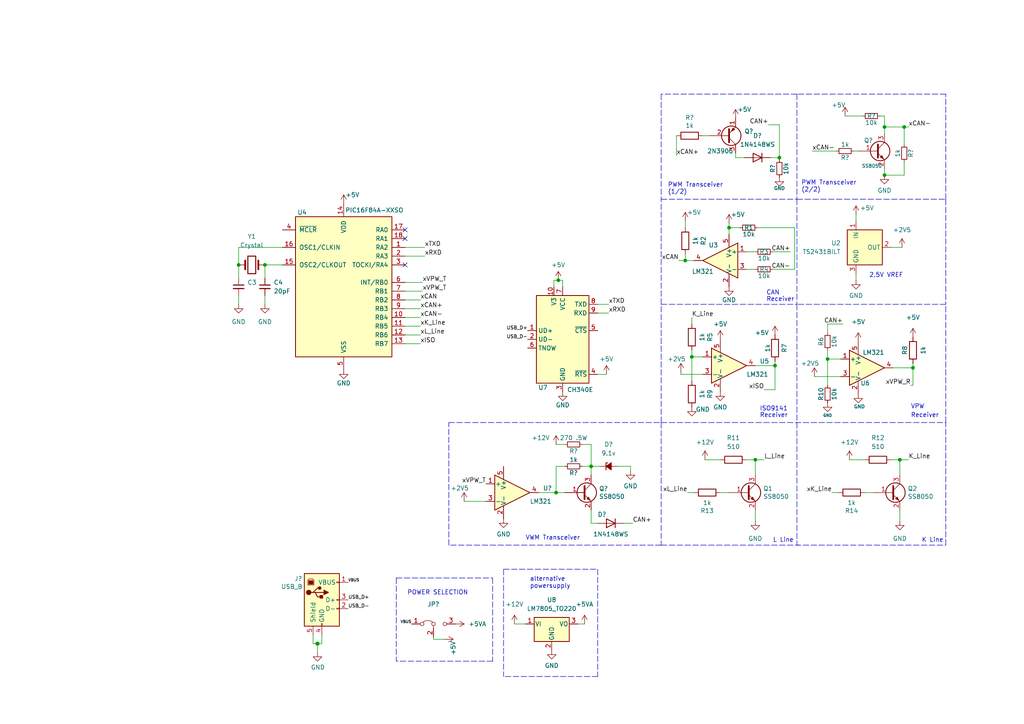
<source format=kicad_sch>
(kicad_sch (version 20210621) (generator eeschema)
  (paper "A4")
  (title_block (title "Scanner ISO 9141") (date "2021-09-17") (rev "1") (company "Churrosoft"))
  (lib_symbols
    (symbol "Amplifier_Operational:LM321" (pin_names (offset 0.127))
      (property "Reference" "U" (at 0 7.62 0))
      (property "Value" "LM321" (at 0 5.08 0))
      (symbol "LM321_0_1"
        (polyline (pts (xy -5.08 5.08) (xy 5.08 0) (xy -5.08 -5.08) (xy -5.08 5.08)) (stroke (width 0.254)) (fill (type background)))
      )
      (symbol "LM321_1_1"
        (pin input line (at -7.62 2.54 0) (length 2.54) (name "+") (number "1"))
        (pin power_in line (at -2.54 -7.62 90) (length 3.81) (name "V-") (number "2"))
        (pin input line (at -7.62 -2.54 0) (length 2.54) (name "-") (number "3"))
        (pin output line (at 7.62 0 180) (length 2.54) (name "~") (number "4"))
        (pin power_in line (at -2.54 7.62 270) (length 3.81) (name "V+") (number "5"))
      )
    )
    (symbol "Device:C_Small" (pin_numbers hide) (pin_names (offset 0.254) hide)
      (property "Reference" "C" (at 0.254 1.778 0))
      (property "Value" "C_Small" (at 0.254 -2.032 0))
      (symbol "C_Small_0_1"
        (polyline (pts (xy -1.524 -0.508) (xy 1.524 -0.508)) (stroke (width 0.3302)))
        (polyline (pts (xy -1.524 0.508) (xy 1.524 0.508)) (stroke (width 0.3048)))
      )
      (symbol "C_Small_1_1"
        (pin passive line (at 0 2.54 270) (length 2.032) (name "~") (number "1"))
        (pin passive line (at 0 -2.54 90) (length 2.032) (name "~") (number "2"))
      )
    )
    (symbol "Device:Crystal" (pin_numbers hide) (pin_names (offset 1.016) hide)
      (property "Reference" "Y" (at 0 3.81 0))
      (property "Value" "Crystal" (at 0 -3.81 0))
      (symbol "Crystal_0_1"
        (rectangle (start -1.143 2.54) (end 1.143 -2.54) (stroke (width 0.3048)))
        (polyline (pts (xy -2.54 0) (xy -1.905 0)))
        (polyline (pts (xy -1.905 -1.27) (xy -1.905 1.27)) (stroke (width 0.508)))
        (polyline (pts (xy 1.905 -1.27) (xy 1.905 1.27)) (stroke (width 0.508)))
        (polyline (pts (xy 2.54 0) (xy 1.905 0)))
      )
      (symbol "Crystal_1_1"
        (pin passive line (at -3.81 0 0) (length 1.27) (name "1") (number "1"))
        (pin passive line (at 3.81 0 180) (length 1.27) (name "2") (number "2"))
      )
    )
    (symbol "Device:D_Zener_Small_ALT" (pin_numbers hide) (pin_names (offset 0.254) hide)
      (property "Reference" "D" (at 0 2.286 0))
      (property "Value" "D_Zener_Small_ALT" (at 0 -2.286 0))
      (symbol "D_Zener_Small_ALT_0_1"
        (polyline (pts (xy 0.762 0) (xy -0.762 0)))
        (polyline (pts (xy -0.254 1.016) (xy -0.762 1.016) (xy -0.762 -1.016)) (stroke (width 0.254)))
        (polyline (pts (xy 0.762 1.016) (xy -0.762 0) (xy 0.762 -1.016) (xy 0.762 1.016)) (stroke (width 0.254)) (fill (type outline)))
      )
      (symbol "D_Zener_Small_ALT_1_1"
        (pin passive line (at -2.54 0 0) (length 1.778) (name "K") (number "1"))
        (pin passive line (at 2.54 0 180) (length 1.778) (name "A") (number "2"))
      )
    )
    (symbol "Device:R" (pin_numbers hide) (pin_names (offset 0))
      (property "Reference" "R" (at 2.032 0 90))
      (property "Value" "R" (at 0 0 90))
      (symbol "R_0_1"
        (rectangle (start -1.016 -2.54) (end 1.016 2.54) (stroke (width 0.254)))
      )
      (symbol "R_1_1"
        (pin passive line (at 0 3.81 270) (length 1.27) (name "~") (number "1"))
        (pin passive line (at 0 -3.81 90) (length 1.27) (name "~") (number "2"))
      )
    )
    (symbol "Device:R_Small" (pin_numbers hide) (pin_names (offset 0.254) hide)
      (property "Reference" "R" (at 0.762 0.508 0))
      (property "Value" "R_Small" (at 0.762 -1.016 0))
      (symbol "R_Small_0_1"
        (rectangle (start -0.762 1.778) (end 0.762 -1.778) (stroke (width 0.2032)))
      )
      (symbol "R_Small_1_1"
        (pin passive line (at 0 2.54 270) (length 0.762) (name "~") (number "1"))
        (pin passive line (at 0 -2.54 90) (length 0.762) (name "~") (number "2"))
      )
    )
    (symbol "Diode:1N4148WS" (pin_numbers hide) (pin_names (offset 1.016) hide)
      (property "Reference" "D" (at 0 2.54 0))
      (property "Value" "1N4148WS" (at 0 -2.54 0))
      (symbol "1N4148WS_0_1"
        (polyline (pts (xy -1.27 1.27) (xy -1.27 -1.27)) (stroke (width 0.254)))
        (polyline (pts (xy 1.27 0) (xy -1.27 0)))
        (polyline (pts (xy 1.27 1.27) (xy 1.27 -1.27) (xy -1.27 0) (xy 1.27 1.27)) (stroke (width 0.254)))
      )
      (symbol "1N4148WS_1_1"
        (pin passive line (at -3.81 0 0) (length 2.54) (name "K") (number "1"))
        (pin passive line (at 3.81 0 180) (length 2.54) (name "A") (number "2"))
      )
    )
    (symbol "Interface_USB:CH340E"
      (property "Reference" "U" (at -5.08 13.97 0))
      (property "Value" "CH340E" (at 1.27 13.97 0))
      (symbol "CH340E_0_1"
        (rectangle (start -7.62 12.7) (end 7.62 -12.7) (stroke (width 0.254)) (fill (type background)))
      )
      (symbol "CH340E_1_1"
        (pin bidirectional line (at -10.16 2.54 0) (length 2.54) (name "UD+") (number "1"))
        (pin passive line (at -2.54 15.24 270) (length 2.54) (name "V3") (number "10"))
        (pin bidirectional line (at -10.16 0 0) (length 2.54) (name "UD-") (number "2"))
        (pin power_in line (at 0 -15.24 90) (length 2.54) (name "GND") (number "3"))
        (pin output line (at 10.16 -10.16 180) (length 2.54) (name "~{RTS}") (number "4"))
        (pin input line (at 10.16 2.54 180) (length 2.54) (name "~{CTS}") (number "5"))
        (pin output line (at -10.16 -2.54 0) (length 2.54) (name "TNOW") (number "6"))
        (pin power_in line (at 0 15.24 270) (length 2.54) (name "VCC") (number "7"))
        (pin output line (at 10.16 10.16 180) (length 2.54) (name "TXD") (number "8"))
        (pin input line (at 10.16 7.62 180) (length 2.54) (name "RXD") (number "9"))
      )
    )
    (symbol "Jumper:Jumper_3_Bridged12" (pin_names (offset 0) hide)
      (property "Reference" "JP" (at -2.54 -2.54 0))
      (property "Value" "Jumper_3_Bridged12" (at 0 2.794 0))
      (symbol "Jumper_3_Bridged12_0_0"
        (circle (center -3.302 0) (radius 0.508))
        (circle (center 0 0) (radius 0.508))
        (circle (center 3.302 0) (radius 0.508))
      )
      (symbol "Jumper_3_Bridged12_0_1"
        (arc (start -3.048 0.508) (end -0.254 0.508) (radius (at -1.651 -1.27) (length 2.2606) (angles 128.2 51.8)))
        (polyline (pts (xy 0 -1.27) (xy 0 -0.508)))
      )
      (symbol "Jumper_3_Bridged12_1_1"
        (pin passive line (at -6.35 0 0) (length 2.54) (name "A") (number "1"))
        (pin input line (at 0 -3.81 90) (length 2.54) (name "C") (number "2"))
        (pin passive line (at 6.35 0 180) (length 2.54) (name "B") (number "3"))
      )
    )
    (symbol "MCU_Microchip_PIC16:PIC16F84A-XXSO" (pin_names (offset 1.016))
      (property "Reference" "U" (at 2.54 22.86 0))
      (property "Value" "PIC16F84A-XXSO" (at 2.54 20.32 0))
      (symbol "PIC16F84A-XXSO_0_1"
        (rectangle (start -13.97 19.05) (end 13.97 -21.59) (stroke (width 0.254)) (fill (type background)))
      )
      (symbol "PIC16F84A-XXSO_1_1"
        (pin bidirectional line (at 17.78 10.16 180) (length 3.81) (name "RA2") (number "1"))
        (pin bidirectional line (at 17.78 -10.16 180) (length 3.81) (name "RB4") (number "10"))
        (pin bidirectional line (at 17.78 -12.7 180) (length 3.81) (name "RB5") (number "11"))
        (pin bidirectional line (at 17.78 -15.24 180) (length 3.81) (name "RB6") (number "12"))
        (pin bidirectional line (at 17.78 -17.78 180) (length 3.81) (name "RB7") (number "13"))
        (pin power_in line (at 0 22.86 270) (length 3.81) (name "VDD") (number "14"))
        (pin output line (at -17.78 5.08 0) (length 3.81) (name "OSC2/CLKOUT") (number "15"))
        (pin input line (at -17.78 10.16 0) (length 3.81) (name "OSC1/CLKIN") (number "16"))
        (pin bidirectional line (at 17.78 15.24 180) (length 3.81) (name "RA0") (number "17"))
        (pin bidirectional line (at 17.78 12.7 180) (length 3.81) (name "RA1") (number "18"))
        (pin bidirectional line (at 17.78 7.62 180) (length 3.81) (name "RA3") (number "2"))
        (pin bidirectional line (at 17.78 5.08 180) (length 3.81) (name "TOCKI/RA4") (number "3"))
        (pin input line (at -17.78 15.24 0) (length 3.81) (name "~{MCLR}") (number "4"))
        (pin power_in line (at 0 -25.4 90) (length 3.81) (name "VSS") (number "5"))
        (pin bidirectional line (at 17.78 0 180) (length 3.81) (name "INT/RB0") (number "6"))
        (pin bidirectional line (at 17.78 -2.54 180) (length 3.81) (name "RB1") (number "7"))
        (pin bidirectional line (at 17.78 -5.08 180) (length 3.81) (name "RB2") (number "8"))
        (pin bidirectional line (at 17.78 -7.62 180) (length 3.81) (name "RB3") (number "9"))
      )
    )
    (symbol "Reference_Voltage:MAX6035xxUR25"
      (property "Reference" "U" (at 0 6.35 0))
      (property "Value" "MAX6035xxUR25" (at 2.54 -6.35 0))
      (symbol "MAX6035xxUR25_0_1"
        (rectangle (start -5.08 5.08) (end 5.08 -5.08) (stroke (width 0.254)) (fill (type background)))
      )
      (symbol "MAX6035xxUR25_1_1"
        (pin power_in line (at -2.54 7.62 270) (length 2.54) (name "IN") (number "1"))
        (pin power_out line (at 7.62 0 180) (length 2.54) (name "OUT") (number "2"))
        (pin power_in line (at -2.54 -7.62 90) (length 2.54) (name "GND") (number "3"))
      )
    )
    (symbol "Regulator_Linear:LM7805_TO220" (pin_names (offset 0.254))
      (property "Reference" "U" (at -3.81 3.175 0))
      (property "Value" "LM7805_TO220" (at 0 3.175 0))
      (symbol "LM7805_TO220_0_1"
        (rectangle (start -5.08 1.905) (end 5.08 -5.08) (stroke (width 0.254)) (fill (type background)))
      )
      (symbol "LM7805_TO220_1_1"
        (pin power_in line (at -7.62 0 0) (length 2.54) (name "VI") (number "1"))
        (pin power_in line (at 0 -7.62 90) (length 2.54) (name "GND") (number "2"))
        (pin power_out line (at 7.62 0 180) (length 2.54) (name "VO") (number "3"))
      )
    )
    (symbol "STM32F_rev3-rescue:USB_B-Connector" (pin_names (offset 1.016))
      (property "Reference" "J" (at -5.08 11.43 0))
      (property "Value" "USB_B-Connector" (at -5.08 8.89 0))
      (symbol "USB_B-Connector_0_1"
        (circle (center -3.81 2.159) (radius 0.635) (stroke (width 0.254)) (fill (type outline)))
        (circle (center -0.635 3.429) (radius 0.381) (stroke (width 0.254)) (fill (type outline)))
        (rectangle (start -0.127 -7.62) (end 0.127 -6.858))
        (rectangle (start 5.08 -2.667) (end 4.318 -2.413))
        (rectangle (start 5.08 -0.127) (end 4.318 0.127))
        (rectangle (start 5.08 4.953) (end 4.318 5.207))
        (rectangle (start -3.81 5.588) (end -2.54 4.572) (fill (type outline)))
        (rectangle (start 0.254 1.27) (end -0.508 0.508) (stroke (width 0.254)) (fill (type outline)))
        (rectangle (start -5.08 -7.62) (end 5.08 7.62) (stroke (width 0.254)) (fill (type background)))
        (polyline (pts (xy -1.905 2.159) (xy 0.635 2.159)) (stroke (width 0.254)))
        (polyline (pts (xy -3.175 2.159) (xy -2.54 2.159) (xy -1.27 3.429) (xy -0.635 3.429)) (stroke (width 0.254)))
        (polyline (pts (xy -2.54 2.159) (xy -1.905 2.159) (xy -1.27 0.889) (xy 0 0.889)) (stroke (width 0.254)))
        (polyline (pts (xy -4.064 4.318) (xy -2.286 4.318) (xy -2.286 5.715) (xy -2.667 6.096) (xy -3.683 6.096) (xy -4.064 5.715) (xy -4.064 4.318)))
        (polyline (pts (xy 0.635 2.794) (xy 0.635 1.524) (xy 1.905 2.159) (xy 0.635 2.794)) (stroke (width 0.254)) (fill (type outline)))
      )
      (symbol "USB_B-Connector_1_1"
        (pin power_out line (at 7.62 5.08 180) (length 2.54) (name "VBUS") (number "1"))
        (pin passive line (at 7.62 -2.54 180) (length 2.54) (name "D-") (number "2"))
        (pin passive line (at 7.62 0 180) (length 2.54) (name "D+") (number "3"))
        (pin power_out line (at 0 -10.16 90) (length 2.54) (name "GND") (number "4"))
        (pin passive line (at -2.54 -10.16 90) (length 2.54) (name "Shield") (number "5"))
      )
    )
    (symbol "Transistor_BJT:2N3055" (pin_names (offset 0) hide)
      (property "Reference" "Q" (at 5.08 1.905 0))
      (property "Value" "2N3055" (at 5.08 0 0))
      (symbol "2N3055_0_1"
        (circle (center 1.27 0) (radius 2.8194) (stroke (width 0.254)))
        (polyline (pts (xy 0.635 0.635) (xy 2.54 2.54)))
        (polyline (pts (xy 0.635 -0.635) (xy 2.54 -2.54) (xy 2.54 -2.54)))
        (polyline (pts (xy 0.635 1.905) (xy 0.635 -1.905) (xy 0.635 -1.905)) (stroke (width 0.508)))
        (polyline (pts (xy 1.27 -1.778) (xy 1.778 -1.27) (xy 2.286 -2.286) (xy 1.27 -1.778) (xy 1.27 -1.778)) (fill (type outline)))
      )
      (symbol "2N3055_1_1"
        (pin input line (at -5.08 0 0) (length 5.715) (name "B") (number "1"))
        (pin passive line (at 2.54 -5.08 90) (length 2.54) (name "E") (number "2"))
        (pin passive line (at 2.54 5.08 270) (length 2.54) (name "C") (number "3"))
      )
    )
    (symbol "Transistor_BJT:2N3906" (pin_names (offset 0) hide)
      (property "Reference" "Q" (at 5.08 1.905 0))
      (property "Value" "2N3906" (at 5.08 0 0))
      (symbol "2N3906_0_1"
        (circle (center 1.27 0) (radius 2.8194) (stroke (width 0.254)))
        (polyline (pts (xy 0.635 0.635) (xy 2.54 2.54)))
        (polyline (pts (xy 0.635 -0.635) (xy 2.54 -2.54) (xy 2.54 -2.54)))
        (polyline (pts (xy 0.635 1.905) (xy 0.635 -1.905) (xy 0.635 -1.905)) (stroke (width 0.508)))
        (polyline (pts (xy 2.286 -1.778) (xy 1.778 -2.286) (xy 1.27 -1.27) (xy 2.286 -1.778) (xy 2.286 -1.778)) (fill (type outline)))
      )
      (symbol "2N3906_1_1"
        (pin passive line (at 2.54 -5.08 90) (length 2.54) (name "E") (number "1"))
        (pin input line (at -5.08 0 0) (length 5.715) (name "B") (number "2"))
        (pin passive line (at 2.54 5.08 270) (length 2.54) (name "C") (number "3"))
      )
    )
    (symbol "power:+12V" (power) (pin_names (offset 0))
      (property "Value" "+12V" (at 0 3.556 0))
      (symbol "+12V_0_1"
        (polyline (pts (xy -0.762 1.27) (xy 0 2.54)))
        (polyline (pts (xy 0 0) (xy 0 2.54)))
        (polyline (pts (xy 0 2.54) (xy 0.762 1.27)))
      )
      (symbol "+12V_1_1"
        (pin power_in line (at 0 0 90) (length 0) hide (name "+12V") (number "1"))
      )
    )
    (symbol "power:+2V5" (power) (pin_names (offset 0))
      (property "Value" "+2V5" (at 0 3.556 0))
      (symbol "+2V5_0_1"
        (polyline (pts (xy -0.762 1.27) (xy 0 2.54)))
        (polyline (pts (xy 0 0) (xy 0 2.54)))
        (polyline (pts (xy 0 2.54) (xy 0.762 1.27)))
      )
      (symbol "+2V5_1_1"
        (pin power_in line (at 0 0 90) (length 0) hide (name "+2V5") (number "1"))
      )
    )
    (symbol "power:+5V" (power) (pin_names (offset 0))
      (property "Value" "+5V" (at 0 3.556 0))
      (symbol "+5V_0_1"
        (polyline (pts (xy -0.762 1.27) (xy 0 2.54)))
        (polyline (pts (xy 0 0) (xy 0 2.54)))
        (polyline (pts (xy 0 2.54) (xy 0.762 1.27)))
      )
      (symbol "+5V_1_1"
        (pin power_in line (at 0 0 90) (length 0) hide (name "+5V") (number "1"))
      )
    )
    (symbol "power:+5VA" (power) (pin_names (offset 0))
      (property "Value" "+5VA" (at 0 3.556 0))
      (symbol "+5VA_0_1"
        (polyline (pts (xy -0.762 1.27) (xy 0 2.54)))
        (polyline (pts (xy 0 0) (xy 0 2.54)))
        (polyline (pts (xy 0 2.54) (xy 0.762 1.27)))
      )
      (symbol "+5VA_1_1"
        (pin power_in line (at 0 0 90) (length 0) hide (name "+5VA") (number "1"))
      )
    )
    (symbol "power:GND" (power) (pin_names (offset 0))
      (property "Value" "GND" (at 0 -3.81 0))
      (symbol "GND_0_1"
        (polyline (pts (xy 0 0) (xy 0 -1.27) (xy 1.27 -1.27) (xy 0 -2.54) (xy -1.27 -1.27) (xy 0 -1.27)))
      )
      (symbol "GND_1_1"
        (pin power_in line (at 0 0 270) (length 0) hide (name "GND") (number "1"))
      )
    )
  )
  (junction (at 69.215 76.835))
  (junction (at 76.835 76.835))
  (junction (at 92.075 186.69) (diameter 1.016))
  (junction (at 161.29 142.875))
  (junction (at 161.925 81.28))
  (junction (at 171.45 135.255))
  (junction (at 198.755 75.565))
  (junction (at 200.66 103.505))
  (junction (at 211.455 66.04))
  (junction (at 219.075 133.35))
  (junction (at 224.79 106.045))
  (junction (at 226.06 45.72))
  (junction (at 240.03 104.14))
  (junction (at 256.54 36.83))
  (junction (at 256.54 50.8))
  (junction (at 260.985 133.35))
  (junction (at 262.255 36.83))
  (junction (at 264.795 106.68))
  (no_connect (at 117.475 66.675))
  (no_connect (at 117.475 69.215))
  (no_connect (at 117.475 76.835))
  (wire (pts (xy 69.215 71.755) (xy 69.215 76.835)))
  (wire (pts (xy 69.215 76.835) (xy 69.215 80.645)))
  (wire (pts (xy 69.215 85.725) (xy 69.215 88.265)))
  (wire (pts (xy 76.835 76.835) (xy 76.835 80.645)))
  (wire (pts (xy 76.835 76.835) (xy 81.915 76.835)))
  (wire (pts (xy 76.835 85.725) (xy 76.835 88.265)))
  (wire (pts (xy 81.915 71.755) (xy 69.215 71.755)))
  (wire (pts (xy 90.805 184.15) (xy 90.805 186.69)))
  (wire (pts (xy 90.805 186.69) (xy 92.075 186.69)))
  (wire (pts (xy 92.075 186.69) (xy 92.075 189.23)))
  (wire (pts (xy 93.345 184.15) (xy 93.345 186.69)))
  (wire (pts (xy 93.345 186.69) (xy 92.075 186.69)))
  (wire (pts (xy 117.475 71.755) (xy 123.19 71.755)))
  (wire (pts (xy 117.475 74.295) (xy 123.19 74.295)))
  (wire (pts (xy 117.475 81.915) (xy 122.555 81.915)))
  (wire (pts (xy 117.475 84.455) (xy 122.555 84.455)))
  (wire (pts (xy 117.475 86.995) (xy 121.92 86.995)))
  (wire (pts (xy 117.475 89.535) (xy 121.92 89.535)))
  (wire (pts (xy 117.475 92.075) (xy 121.92 92.075)))
  (wire (pts (xy 117.475 94.615) (xy 121.92 94.615)))
  (wire (pts (xy 117.475 97.155) (xy 121.92 97.155)))
  (wire (pts (xy 117.475 99.695) (xy 121.92 99.695)))
  (wire (pts (xy 125.73 185.42) (xy 125.73 184.785)))
  (wire (pts (xy 128.905 185.42) (xy 125.73 185.42)))
  (wire (pts (xy 134.62 145.415) (xy 140.97 145.415)))
  (wire (pts (xy 149.225 180.975) (xy 152.4 180.975)))
  (wire (pts (xy 156.21 142.875) (xy 161.29 142.875)))
  (wire (pts (xy 160.655 81.28) (xy 160.655 83.185)))
  (wire (pts (xy 161.29 128.905) (xy 163.83 128.905)))
  (wire (pts (xy 161.29 135.255) (xy 161.29 142.875)))
  (wire (pts (xy 161.29 142.875) (xy 163.83 142.875)))
  (wire (pts (xy 161.925 81.28) (xy 160.655 81.28)))
  (wire (pts (xy 161.925 81.28) (xy 163.195 81.28)))
  (wire (pts (xy 163.195 81.28) (xy 163.195 83.185)))
  (wire (pts (xy 163.83 135.255) (xy 161.29 135.255)))
  (wire (pts (xy 167.64 180.975) (xy 169.545 180.975)))
  (wire (pts (xy 168.91 128.905) (xy 171.45 128.905)))
  (wire (pts (xy 171.45 128.905) (xy 171.45 135.255)))
  (wire (pts (xy 171.45 135.255) (xy 168.91 135.255)))
  (wire (pts (xy 171.45 135.255) (xy 173.99 135.255)))
  (wire (pts (xy 171.45 137.795) (xy 171.45 135.255)))
  (wire (pts (xy 171.45 147.955) (xy 171.45 151.765)))
  (wire (pts (xy 173.355 88.265) (xy 176.53 88.265)))
  (wire (pts (xy 173.355 90.805) (xy 176.53 90.805)))
  (wire (pts (xy 173.355 108.585) (xy 175.895 108.585)))
  (wire (pts (xy 173.355 151.765) (xy 171.45 151.765)))
  (wire (pts (xy 180.975 151.765) (xy 183.515 151.765)))
  (wire (pts (xy 182.88 135.255) (xy 179.07 135.255)))
  (wire (pts (xy 182.88 136.525) (xy 182.88 135.255)))
  (wire (pts (xy 196.215 39.37) (xy 196.215 45.085)))
  (wire (pts (xy 196.85 75.565) (xy 198.755 75.565)))
  (wire (pts (xy 197.485 107.95) (xy 197.485 108.585)))
  (wire (pts (xy 197.485 108.585) (xy 203.835 108.585)))
  (wire (pts (xy 198.755 64.135) (xy 198.755 66.04)))
  (wire (pts (xy 198.755 73.66) (xy 198.755 75.565)))
  (wire (pts (xy 198.755 75.565) (xy 201.295 75.565)))
  (wire (pts (xy 199.39 142.875) (xy 201.295 142.875)))
  (wire (pts (xy 200.66 92.075) (xy 200.66 93.98)))
  (wire (pts (xy 200.66 101.6) (xy 200.66 103.505)))
  (wire (pts (xy 200.66 103.505) (xy 203.835 103.505)))
  (wire (pts (xy 200.66 110.49) (xy 200.66 103.505)))
  (wire (pts (xy 203.835 39.37) (xy 205.74 39.37)))
  (wire (pts (xy 204.47 133.35) (xy 208.915 133.35)))
  (wire (pts (xy 208.915 142.875) (xy 211.455 142.875)))
  (wire (pts (xy 211.455 64.77) (xy 211.455 66.04)))
  (wire (pts (xy 211.455 66.04) (xy 211.455 67.945)))
  (wire (pts (xy 211.455 66.04) (xy 214.63 66.04)))
  (wire (pts (xy 213.36 44.45) (xy 213.36 45.72)))
  (wire (pts (xy 213.36 45.72) (xy 215.9 45.72)))
  (wire (pts (xy 216.535 73.025) (xy 219.075 73.025)))
  (wire (pts (xy 216.535 78.105) (xy 219.075 78.105)))
  (wire (pts (xy 216.535 133.35) (xy 219.075 133.35)))
  (wire (pts (xy 219.075 106.045) (xy 224.79 106.045)))
  (wire (pts (xy 219.075 133.35) (xy 219.075 137.795)))
  (wire (pts (xy 219.075 133.35) (xy 221.615 133.35)))
  (wire (pts (xy 219.075 147.955) (xy 219.075 151.13)))
  (wire (pts (xy 219.71 66.04) (xy 230.505 66.04)))
  (wire (pts (xy 221.615 113.03) (xy 224.79 113.03)))
  (wire (pts (xy 222.885 36.195) (xy 226.06 36.195)))
  (wire (pts (xy 224.155 73.025) (xy 229.235 73.025)))
  (wire (pts (xy 224.155 78.105) (xy 230.505 78.105)))
  (wire (pts (xy 224.79 106.045) (xy 224.79 104.775)))
  (wire (pts (xy 224.79 106.045) (xy 224.79 113.03)))
  (wire (pts (xy 226.06 45.72) (xy 223.52 45.72)))
  (wire (pts (xy 226.06 45.72) (xy 226.06 36.195)))
  (wire (pts (xy 226.06 46.355) (xy 226.06 45.72)))
  (wire (pts (xy 230.505 66.04) (xy 230.505 78.105)))
  (wire (pts (xy 235.585 43.815) (xy 242.57 43.815)))
  (wire (pts (xy 236.22 109.22) (xy 243.84 109.22)))
  (wire (pts (xy 240.03 93.98) (xy 244.475 93.98)))
  (wire (pts (xy 240.03 96.52) (xy 240.03 93.98)))
  (wire (pts (xy 240.03 101.6) (xy 240.03 104.14)))
  (wire (pts (xy 240.03 104.14) (xy 240.03 111.76)))
  (wire (pts (xy 240.03 104.14) (xy 243.84 104.14)))
  (wire (pts (xy 241.3 142.875) (xy 243.205 142.875)))
  (wire (pts (xy 245.11 33.655) (xy 250.19 33.655)))
  (wire (pts (xy 246.38 133.35) (xy 250.825 133.35)))
  (wire (pts (xy 247.65 43.815) (xy 248.92 43.815)))
  (wire (pts (xy 248.285 62.23) (xy 248.285 64.135)))
  (wire (pts (xy 248.285 79.375) (xy 248.285 81.28)))
  (wire (pts (xy 250.825 142.875) (xy 253.365 142.875)))
  (wire (pts (xy 255.27 33.655) (xy 256.54 33.655)))
  (wire (pts (xy 256.54 33.655) (xy 256.54 36.83)))
  (wire (pts (xy 256.54 36.83) (xy 262.255 36.83)))
  (wire (pts (xy 256.54 38.735) (xy 256.54 36.83)))
  (wire (pts (xy 256.54 50.8) (xy 256.54 48.895)))
  (wire (pts (xy 258.445 71.755) (xy 261.62 71.755)))
  (wire (pts (xy 258.445 133.35) (xy 260.985 133.35)))
  (wire (pts (xy 259.08 106.68) (xy 264.795 106.68)))
  (wire (pts (xy 260.985 133.35) (xy 260.985 137.795)))
  (wire (pts (xy 260.985 133.35) (xy 263.525 133.35)))
  (wire (pts (xy 260.985 147.955) (xy 260.985 151.13)))
  (wire (pts (xy 262.255 36.83) (xy 262.255 41.91)))
  (wire (pts (xy 262.255 36.83) (xy 263.525 36.83)))
  (wire (pts (xy 262.255 46.99) (xy 262.255 50.8)))
  (wire (pts (xy 262.255 50.8) (xy 256.54 50.8)))
  (wire (pts (xy 264.16 111.76) (xy 264.795 111.76)))
  (wire (pts (xy 264.795 105.41) (xy 264.795 106.68)))
  (wire (pts (xy 264.795 106.68) (xy 264.795 111.76)))
  (polyline (pts (xy 114.935 167.64) (xy 114.935 191.77)))
  (polyline (pts (xy 114.935 167.64) (xy 142.875 167.64)))
  (polyline (pts (xy 130.175 122.555) (xy 191.77 122.555)))
  (polyline (pts (xy 130.175 158.115) (xy 130.175 122.555)))
  (polyline (pts (xy 142.875 167.64) (xy 142.875 191.77)))
  (polyline (pts (xy 142.875 191.77) (xy 114.935 191.77)))
  (polyline (pts (xy 146.05 165.1) (xy 146.05 196.215)))
  (polyline (pts (xy 146.05 165.1) (xy 173.355 165.1)))
  (polyline (pts (xy 173.355 165.1) (xy 173.355 196.215)))
  (polyline (pts (xy 173.355 196.215) (xy 146.05 196.215)))
  (polyline (pts (xy 191.77 27.305) (xy 191.77 57.785)))
  (polyline (pts (xy 191.77 57.785) (xy 231.14 57.785)))
  (polyline (pts (xy 191.77 88.265) (xy 191.77 57.785)))
  (polyline (pts (xy 191.77 88.265) (xy 231.14 88.265)))
  (polyline (pts (xy 191.77 122.555) (xy 191.77 88.265)))
  (polyline (pts (xy 191.77 122.555) (xy 191.77 158.115)))
  (polyline (pts (xy 191.77 122.555) (xy 274.32 122.555)))
  (polyline (pts (xy 191.77 158.115) (xy 130.175 158.115)))
  (polyline (pts (xy 191.77 158.115) (xy 274.32 158.115)))
  (polyline (pts (xy 231.14 27.305) (xy 191.77 27.305)))
  (polyline (pts (xy 231.14 27.305) (xy 231.14 57.785)))
  (polyline (pts (xy 231.14 57.785) (xy 231.14 88.265)))
  (polyline (pts (xy 231.14 57.785) (xy 274.32 57.785)))
  (polyline (pts (xy 231.14 88.265) (xy 231.14 122.555)))
  (polyline (pts (xy 231.14 122.555) (xy 231.14 158.115)))
  (polyline (pts (xy 231.14 158.115) (xy 231.775 158.115)))
  (polyline (pts (xy 274.32 27.305) (xy 231.14 27.305)))
  (polyline (pts (xy 274.32 57.785) (xy 274.32 27.305)))
  (polyline (pts (xy 274.32 57.785) (xy 274.32 88.265)))
  (polyline (pts (xy 274.32 88.265) (xy 231.14 88.265)))
  (polyline (pts (xy 274.32 122.555) (xy 274.32 88.265)))
  (polyline (pts (xy 274.32 158.115) (xy 274.32 122.555)))
  (text "POWER SELECTION" (at 118.11 172.72 0) (effects (font (size 1.27 1.27)) (justify left bottom)))
  (text "VWM Transceiver" (at 152.4 156.845 0) (effects (font (size 1.27 1.27)) (justify left bottom)))
  (text "alternative\npowersupply" (at 153.67 170.815 0) (effects (font (size 1.27 1.27)) (justify left bottom)))
  (text "PWM Transceiver\n(1/2)" (at 193.675 56.515 0) (effects (font (size 1.27 1.27)) (justify left bottom)))
  (text "ISO9141" (at 220.345 119.38 0) (effects (font (size 1.27 1.27)) (justify left bottom)))
  (text "Receiver\n" (at 220.345 121.285 0) (effects (font (size 1.27 1.27)) (justify left bottom)))
  (text "CAN" (at 222.25 85.725 0) (effects (font (size 1.27 1.27)) (justify left bottom)))
  (text "Receiver\n" (at 222.25 87.63 0) (effects (font (size 1.27 1.27)) (justify left bottom)))
  (text "L Line" (at 224.155 157.48 0) (effects (font (size 1.27 1.27)) (justify left bottom)))
  (text "PWM Transceiver\n(2/2)" (at 232.41 55.88 0) (effects (font (size 1.27 1.27)) (justify left bottom)))
  (text "2.5V VREF" (at 252.095 80.645 0) (effects (font (size 1.27 1.27)) (justify left bottom)))
  (text "VPW" (at 264.16 118.745 0) (effects (font (size 1.27 1.27)) (justify left bottom)))
  (text "Receiver\n" (at 264.16 121.285 0) (effects (font (size 1.27 1.27)) (justify left bottom)))
  (text "K Line" (at 267.335 157.48 0) (effects (font (size 1.27 1.27)) (justify left bottom)))
  (label "VBUS" (at 100.965 168.91 0) (effects (font (size 0.8 0.8))))
  (label "USB_D+" (at 100.965 173.99 0) (effects (font (size 0.9906 0.9906))))
  (label "USB_D-" (at 100.965 176.53 0) (effects (font (size 0.9906 0.9906))))
  (label "VBUS" (at 119.38 180.975 180) (effects (font (size 0.8 0.8))))
  (label "xCAN" (at 121.92 86.995 0))
  (label "xCAN+" (at 121.92 89.535 0))
  (label "xCAN-" (at 121.92 92.075 0))
  (label "xK_Line" (at 121.92 94.615 0))
  (label "xL_Line" (at 121.92 97.155 0))
  (label "xISO" (at 121.92 99.695 0))
  (label "xVPW_T" (at 122.555 81.915 0))
  (label "xVPW_T" (at 122.555 84.455 0))
  (label "xTXD" (at 123.19 71.755 0))
  (label "xRXD" (at 123.19 74.295 0))
  (label "xVPW_T" (at 140.97 140.335 180))
  (label "USB_D+" (at 153.035 95.885 180) (effects (font (size 0.9906 0.9906))))
  (label "USB_D-" (at 153.035 98.425 180) (effects (font (size 0.9906 0.9906))))
  (label "xTXD" (at 176.53 88.265 0))
  (label "xRXD" (at 176.53 90.805 0))
  (label "CAN+" (at 183.515 151.765 0))
  (label "xCAN+" (at 196.215 45.085 0))
  (label "xCAN" (at 196.85 75.565 180))
  (label "xL_Line" (at 199.39 142.875 180))
  (label "K_Line" (at 200.66 92.075 0))
  (label "xISO" (at 221.615 113.03 180))
  (label "L_Line" (at 221.615 133.35 0))
  (label "CAN+" (at 222.885 36.195 180))
  (label "CAN+" (at 229.235 73.025 180))
  (label "CAN-" (at 229.235 78.105 180))
  (label "xCAN-" (at 235.585 43.815 0))
  (label "xK_Line" (at 241.3 142.875 180))
  (label "CAN+" (at 244.475 93.98 180))
  (label "xCAN-" (at 263.525 36.83 0))
  (label "K_Line" (at 263.525 133.35 0))
  (label "xVPW_R" (at 264.16 111.76 180))
  (symbol (lib_id "power:+5V") (at 99.695 59.055 0) (unit 1)
    (property "Reference" "#PWR08" (effects hide))
    (property "Value" "+5V" (at 102.235 56.515 0))
  )
  (symbol (lib_id "power:+5V") (at 128.905 185.42 270) (unit 1)
    (property "Reference" "#PWR?" (effects hide))
    (property "Value" "+5V" (at 131.445 187.96 0))
  )
  (symbol (lib_id "power:+5VA") (at 132.08 180.975 270) (unit 1)
    (property "Reference" "#PWR?" (effects hide))
    (property "Value" "+5VA" (at 135.89 180.9749 90) (effects (justify left)))
  )
  (symbol (lib_id "power:+2V5") (at 134.62 145.415 0) (unit 1)
    (property "Reference" "#PWR?" (effects hide))
    (property "Value" "+2V5" (at 133.35 141.605 0))
  )
  (symbol (lib_id "power:+12V") (at 149.225 180.975 0) (unit 1)
    (property "Reference" "#PWR031" (effects hide))
    (property "Value" "+12V" (at 149.225 175.26 0))
  )
  (symbol (lib_id "power:+12V") (at 161.29 128.905 0) (unit 1)
    (property "Reference" "#PWR?" (effects hide))
    (property "Value" "+12V" (at 156.845 127 0))
  )
  (symbol (lib_id "power:+5V") (at 161.925 81.28 0) (unit 1)
    (property "Reference" "#PWR?" (effects hide))
    (property "Value" "+5V" (at 161.925 76.835 0))
  )
  (symbol (lib_id "power:+5VA") (at 169.545 180.975 0) (unit 1)
    (property "Reference" "#PWR?" (effects hide))
    (property "Value" "+5VA" (at 169.545 175.26 0))
  )
  (symbol (lib_id "power:+5V") (at 175.895 108.585 0) (unit 1)
    (property "Reference" "#PWR?" (effects hide))
    (property "Value" "+5V" (at 175.895 104.14 0))
  )
  (symbol (lib_id "power:+2V5") (at 197.485 107.95 0) (unit 1)
    (property "Reference" "#PWR021" (effects hide))
    (property "Value" "+2V5" (at 196.215 104.14 0))
  )
  (symbol (lib_id "power:+5V") (at 198.755 64.135 0) (unit 1)
    (property "Reference" "#PWR010" (effects hide))
    (property "Value" "+5V" (at 201.295 61.595 0))
  )
  (symbol (lib_id "power:+12V") (at 204.47 133.35 0) (unit 1)
    (property "Reference" "#PWR027" (effects hide))
    (property "Value" "+12V" (at 204.47 128.27 0))
  )
  (symbol (lib_id "power:+5V") (at 208.915 98.425 0) (unit 1)
    (property "Reference" "#PWR019" (effects hide))
    (property "Value" "+5V" (at 208.915 93.98 0))
  )
  (symbol (lib_id "power:+5V") (at 211.455 64.77 0) (unit 1)
    (property "Reference" "#PWR011" (effects hide))
    (property "Value" "+5V" (at 213.995 62.23 0))
  )
  (symbol (lib_id "power:+5V") (at 213.36 34.29 0) (unit 1)
    (property "Reference" "#PWR?" (effects hide))
    (property "Value" "+5V" (at 215.9 31.75 0))
  )
  (symbol (lib_id "power:+5V") (at 224.79 97.155 0) (unit 1)
    (property "Reference" "#PWR017" (effects hide))
    (property "Value" "+5V" (at 220.98 96.52 0))
  )
  (symbol (lib_id "power:+2V5") (at 236.22 109.22 0) (unit 1)
    (property "Reference" "#PWR022" (effects hide))
    (property "Value" "+2V5" (at 234.95 105.41 0))
  )
  (symbol (lib_id "power:+5V") (at 245.11 33.655 0) (unit 1)
    (property "Reference" "#PWR?" (effects hide))
    (property "Value" "+5V" (at 243.205 30.48 0))
  )
  (symbol (lib_id "power:+12V") (at 246.38 133.35 0) (unit 1)
    (property "Reference" "#PWR028" (effects hide))
    (property "Value" "+12V" (at 246.38 128.27 0))
  )
  (symbol (lib_id "power:+5V") (at 248.285 62.23 0) (unit 1)
    (property "Reference" "#PWR09" (effects hide))
    (property "Value" "+5V" (at 251.46 60.325 0))
  )
  (symbol (lib_id "power:+5V") (at 248.92 99.06 0) (unit 1)
    (property "Reference" "#PWR020" (effects hide))
    (property "Value" "+5V" (at 248.92 93.345 0))
  )
  (symbol (lib_id "power:+2V5") (at 261.62 71.755 0) (unit 1)
    (property "Reference" "#PWR012" (effects hide))
    (property "Value" "+2V5" (at 261.62 66.675 0))
  )
  (symbol (lib_id "power:+5V") (at 264.795 97.79 0) (unit 1)
    (property "Reference" "#PWR018" (effects hide))
    (property "Value" "+5V" (at 264.795 92.075 0))
  )
  (symbol (lib_id "power:GND") (at 69.215 88.265 0) (unit 1)
    (property "Reference" "#PWR014" (effects hide))
    (property "Value" "GND" (at 69.215 93.345 0))
  )
  (symbol (lib_id "power:GND") (at 76.835 88.265 0) (unit 1)
    (property "Reference" "#PWR015" (effects hide))
    (property "Value" "GND" (at 76.835 93.345 0))
  )
  (symbol (lib_id "power:GND") (at 92.075 189.23 0) (unit 1)
    (property "Reference" "#PWR?" (effects hide))
    (property "Value" "GND" (at 92.1893 193.5544 0))
  )
  (symbol (lib_id "power:GND") (at 99.695 107.315 0) (unit 1)
    (property "Reference" "#PWR?" (effects hide))
    (property "Value" "GND" (at 99.695 111.125 0))
  )
  (symbol (lib_id "power:GND") (at 146.05 150.495 0) (unit 1)
    (property "Reference" "#PWR?" (effects hide))
    (property "Value" "GND" (at 146.05 154.94 0))
  )
  (symbol (lib_id "power:GND") (at 160.02 188.595 0) (unit 1)
    (property "Reference" "#PWR033" (effects hide))
    (property "Value" "GND" (at 160.02 193.04 0))
  )
  (symbol (lib_id "power:GND") (at 163.195 113.665 0) (unit 1)
    (property "Reference" "#PWR?" (effects hide))
    (property "Value" "GND" (at 163.195 117.475 0))
  )
  (symbol (lib_id "power:GND") (at 182.88 136.525 0) (unit 1)
    (property "Reference" "#PWR?" (effects hide))
    (property "Value" "GND" (at 182.88 140.97 0))
  )
  (symbol (lib_id "power:GND") (at 200.66 118.11 0) (unit 1)
    (property "Reference" "#PWR026" (effects hide))
    (property "Value" "GND" (at 203.835 118.745 0))
  )
  (symbol (lib_id "power:GND") (at 208.915 113.665 0) (unit 1)
    (property "Reference" "#PWR023" (effects hide))
    (property "Value" "GND" (at 208.915 118.11 0))
  )
  (symbol (lib_id "power:GND") (at 211.455 83.185 0) (unit 1)
    (property "Reference" "#PWR016" (effects hide))
    (property "Value" "GND" (at 211.455 86.995 0))
  )
  (symbol (lib_id "power:GND") (at 219.075 151.13 0) (unit 1)
    (property "Reference" "#PWR029" (effects hide))
    (property "Value" "GND" (at 219.075 156.21 0))
  )
  (symbol (lib_id "power:GND") (at 226.06 51.435 0) (unit 1)
    (property "Reference" "#PWR?" (effects hide))
    (property "Value" "GND" (at 226.06 54.61 0) (effects (font (size 1 1))))
  )
  (symbol (lib_id "power:GND") (at 240.03 116.84 0) (unit 1)
    (property "Reference" "#PWR025" (effects hide))
    (property "Value" "GND" (at 238.76 120.4595 0) (effects (font (size 0.8 0.8)) (justify left)))
  )
  (symbol (lib_id "power:GND") (at 248.285 81.28 0) (unit 1)
    (property "Reference" "#PWR013" (effects hide))
    (property "Value" "GND" (at 248.285 85.725 0))
  )
  (symbol (lib_id "power:GND") (at 248.92 114.3 0) (unit 1)
    (property "Reference" "#PWR024" (effects hide))
    (property "Value" "GND" (at 247.65 117.9195 0) (effects (font (size 1 1)) (justify left)))
  )
  (symbol (lib_id "power:GND") (at 256.54 50.8 0) (unit 1)
    (property "Reference" "#PWR?" (effects hide))
    (property "Value" "GND" (at 256.54 55.245 0))
  )
  (symbol (lib_id "power:GND") (at 260.985 151.13 0) (unit 1)
    (property "Reference" "#PWR030" (effects hide))
    (property "Value" "GND" (at 260.985 156.21 0))
  )
  (symbol (lib_id "Device:R_Small") (at 166.37 128.905 90) (mirror x) (unit 1)
    (property "Reference" "R?" (at 166.37 130.81 90))
    (property "Value" "270 .5W" (at 166.37 127 90))
    (property "Footprint" "Resistor_SMD:R_1206_3216Metric" (effects hide))
    (property "LCSC" "C966064" (effects hide))
  )
  (symbol (lib_id "Device:R_Small") (at 166.37 135.255 90) (mirror x) (unit 1)
    (property "Reference" "R?" (at 166.37 137.16 90))
    (property "Value" "1k" (at 166.37 133.35 90))
    (property "Footprint" "Resistor_SMD:R_0603_1608Metric" (effects hide))
    (property "LCSC" "C21190" (effects hide))
  )
  (symbol (lib_id "Device:R_Small") (at 217.17 66.04 270) (mirror x) (unit 1)
    (property "Reference" "R1" (at 217.17 66.04 90))
    (property "Value" "10k" (at 217.17 67.945 90))
    (property "Footprint" "Resistor_SMD:R_0603_1608Metric" (effects hide))
  )
  (symbol (lib_id "Device:R_Small") (at 221.615 73.025 270) (mirror x) (unit 1)
    (property "Reference" "R3" (at 221.615 73.025 90))
    (property "Value" "10k" (at 221.615 74.93 90))
    (property "Footprint" "Resistor_SMD:R_0603_1608Metric" (effects hide))
  )
  (symbol (lib_id "Device:R_Small") (at 221.615 78.105 270) (mirror x) (unit 1)
    (property "Reference" "R4" (at 221.615 78.105 90))
    (property "Value" "10k" (at 221.615 80.01 90))
    (property "Footprint" "Resistor_SMD:R_0603_1608Metric" (effects hide))
  )
  (symbol (lib_id "Device:R_Small") (at 226.06 48.895 0) (mirror y) (unit 1)
    (property "Reference" "R?" (at 224.155 48.895 90))
    (property "Value" "10k" (at 227.965 48.895 90))
    (property "Footprint" "Resistor_SMD:R_0603_1608Metric" (effects hide))
  )
  (symbol (lib_id "Device:R_Small") (at 240.03 99.06 0) (mirror y) (unit 1)
    (property "Reference" "R6" (at 238.125 99.06 90))
    (property "Value" "10k" (at 241.935 99.06 90))
    (property "Footprint" "Resistor_SMD:R_0603_1608Metric" (effects hide))
  )
  (symbol (lib_id "Device:R_Small") (at 240.03 114.3 0) (mirror y) (unit 1)
    (property "Reference" "R10" (at 238.125 114.3 90))
    (property "Value" "10k" (at 241.935 114.3 90))
    (property "Footprint" "Resistor_SMD:R_0603_1608Metric" (effects hide))
  )
  (symbol (lib_id "Device:R_Small") (at 245.11 43.815 90) (mirror x) (unit 1)
    (property "Reference" "R?" (at 245.11 45.72 90))
    (property "Value" "1k" (at 245.11 41.91 90))
    (property "Footprint" "Resistor_SMD:R_0603_1608Metric" (effects hide))
    (property "LCSC" "C21190" (effects hide))
  )
  (symbol (lib_id "Device:R_Small") (at 252.73 33.655 270) (mirror x) (unit 1)
    (property "Reference" "R?" (at 252.73 33.655 90))
    (property "Value" "10k" (at 252.73 35.56 90))
    (property "Footprint" "Resistor_SMD:R_0603_1608Metric" (effects hide))
  )
  (symbol (lib_id "Device:R_Small") (at 262.255 44.45 0) (mirror x) (unit 1)
    (property "Reference" "R?" (at 264.16 44.45 90))
    (property "Value" "1k" (at 260.35 44.45 90))
    (property "Footprint" "Resistor_SMD:R_0603_1608Metric" (effects hide))
    (property "LCSC" "C21190" (effects hide))
  )
  (symbol (lib_id "Device:D_Zener_Small_ALT") (at 176.53 135.255 0) (unit 1)
    (property "Reference" "D?" (at 176.53 128.905 0))
    (property "Value" "9.1v" (at 176.53 131.445 0))
    (property "Footprint" "Diode_SMD:D_SOD-123" (effects hide))
    (property "LCSC" "C438333" (effects hide))
  )
  (symbol (lib_id "Device:R") (at 198.755 69.85 0) (mirror x) (unit 1)
    (property "Reference" "R2" (at 204.0128 69.85 90))
    (property "Value" "1k" (at 201.7014 69.85 90))
    (property "Footprint" "Resistor_SMD:R_0603_1608Metric" (effects hide))
    (property "LCSC" "C21190" (effects hide))
  )
  (symbol (lib_id "Device:R") (at 200.025 39.37 270) (mirror x) (unit 1)
    (property "Reference" "R?" (at 200.025 34.1122 90))
    (property "Value" "1k" (at 200.025 36.4236 90))
    (property "Footprint" "Resistor_SMD:R_0603_1608Metric" (effects hide))
    (property "LCSC" "C21190" (effects hide))
  )
  (symbol (lib_id "Device:R") (at 200.66 97.79 0) (mirror x) (unit 1)
    (property "Reference" "R5" (at 205.9178 97.79 90))
    (property "Value" "1k" (at 203.6064 97.79 90))
    (property "Footprint" "Resistor_SMD:R_0603_1608Metric" (effects hide))
    (property "LCSC" "C21190" (effects hide))
  )
  (symbol (lib_id "Device:R") (at 200.66 114.3 0) (mirror x) (unit 1)
    (property "Reference" "R9" (at 205.9178 114.3 90))
    (property "Value" "1k" (at 203.6064 114.3 90))
    (property "Footprint" "Resistor_SMD:R_0603_1608Metric" (effects hide))
    (property "LCSC" "C21190" (effects hide))
  )
  (symbol (lib_id "Device:R") (at 205.105 142.875 90) (mirror x) (unit 1)
    (property "Reference" "R13" (at 205.105 148.1328 90))
    (property "Value" "1k" (at 205.105 145.8214 90))
    (property "Footprint" "Resistor_SMD:R_0603_1608Metric" (effects hide))
    (property "LCSC" "C21190" (effects hide))
  )
  (symbol (lib_id "Device:R") (at 212.725 133.35 90) (unit 1)
    (property "Reference" "R11" (at 212.725 127 90))
    (property "Value" "510" (at 212.725 129.54 90))
    (property "Footprint" "Resistor_SMD:R_0603_1608Metric" (effects hide))
    (property "LCSC" "C173329" (effects hide))
  )
  (symbol (lib_id "Device:R") (at 224.79 100.965 0) (mirror x) (unit 1)
    (property "Reference" "R7" (at 227.5078 100.965 90))
    (property "Value" "1k" (at 222.6564 100.965 90))
    (property "Footprint" "Resistor_SMD:R_0603_1608Metric" (effects hide))
    (property "LCSC" "C21190" (effects hide))
  )
  (symbol (lib_id "Device:R") (at 247.015 142.875 90) (mirror x) (unit 1)
    (property "Reference" "R14" (at 247.015 148.1328 90))
    (property "Value" "1k" (at 247.015 145.8214 90))
    (property "Footprint" "Resistor_SMD:R_0603_1608Metric" (effects hide))
    (property "LCSC" "C21190" (effects hide))
  )
  (symbol (lib_id "Device:R") (at 254.635 133.35 90) (unit 1)
    (property "Reference" "R12" (at 254.635 127 90))
    (property "Value" "510" (at 254.635 129.54 90))
    (property "Footprint" "Resistor_SMD:R_0603_1608Metric" (effects hide))
    (property "LCSC" "C173329" (effects hide))
  )
  (symbol (lib_id "Device:R") (at 264.795 101.6 0) (mirror x) (unit 1)
    (property "Reference" "R8" (at 262.4328 101.6 90))
    (property "Value" "1k" (at 267.7414 101.6 90))
    (property "Footprint" "Resistor_SMD:R_0603_1608Metric" (effects hide))
    (property "LCSC" "C21190" (effects hide))
  )
  (symbol (lib_id "Device:C_Small") (at 69.215 83.185 0) (unit 1)
    (property "Reference" "C3" (at 71.755 81.9149 0) (effects (justify left)))
    (property "Value" "20pF" (effects hide))
    (property "LCSC" "C56475" (effects hide))
  )
  (symbol (lib_id "Device:C_Small") (at 76.835 83.185 0) (unit 1)
    (property "Reference" "C4" (at 79.375 81.9149 0) (effects (justify left)))
    (property "Value" "20pF" (at 79.375 84.4549 0) (effects (justify left)))
    (property "LCSC" "C56475" (effects hide))
  )
  (symbol (lib_id "Diode:1N4148WS") (at 177.165 151.765 180) (unit 1)
    (property "Reference" "D?" (at 174.625 149.225 0))
    (property "Value" "1N4148WS" (at 177.165 154.94 0))
    (property "Footprint" "Diode_SMD:D_SOD-323" (effects hide))
    (property "Datasheet" "https://www.vishay.com/docs/85751/1n4148ws.pdf" (effects hide))
    (property "LCSC" "C110221" (effects hide))
  )
  (symbol (lib_id "Diode:1N4148WS") (at 219.71 45.72 180) (unit 1)
    (property "Reference" "D?" (at 219.71 39.37 0))
    (property "Value" "1N4148WS" (at 219.71 41.91 0))
    (property "Footprint" "Diode_SMD:D_SOD-323" (effects hide))
    (property "Datasheet" "https://www.vishay.com/docs/85751/1n4148ws.pdf" (effects hide))
    (property "LCSC" "C110221" (effects hide))
  )
  (symbol (lib_id "Device:Crystal") (at 73.025 76.835 180) (unit 1)
    (property "Reference" "Y1" (at 73.025 68.58 0))
    (property "Value" "Crystal" (at 73.025 71.12 0))
  )
  (symbol (lib_id "Jumper:Jumper_3_Bridged12") (at 125.73 180.975 0) (unit 1)
    (property "Reference" "JP?" (at 125.73 175.26 0))
    (property "Value" "Jumper_3_Bridged12" (effects hide))
    (property "Footprint" "Jumper:SolderJumper-3_P1.3mm_Bridged2Bar12_RoundedPad1.0x1.5mm_NumberLabels" (effects hide))
  )
  (symbol (lib_id "Transistor_BJT:2N3055") (at 168.91 142.875 0) (unit 1)
    (property "Reference" "Q?" (at 173.736 141.7066 0) (effects (justify left)))
    (property "Value" "SS8050" (at 173.736 144.018 0) (effects (justify left)))
    (property "Footprint" "Package_TO_SOT_SMD:SOT-23" (effects hide))
    (property "Datasheet" "https://www.mouser.com/datasheet/2/149/SS8050-117753.pdf" (effects hide))
    (property "LCSC" "C2150" (effects hide))
  )
  (symbol (lib_id "Transistor_BJT:2N3906") (at 210.82 39.37 0) (mirror x) (unit 1)
    (property "Reference" "Q?" (at 215.9 38.0999 0) (effects (justify left)))
    (property "Value" "2N3906" (at 205.105 43.8149 0) (effects (justify left)))
    (property "Footprint" "Package_TO_SOT_SMD:SOT-23_Handsoldering" (effects hide))
    (property "Datasheet" "https://www.onsemi.com/pub/Collateral/2N3906-D.PDF" (effects hide))
  )
  (symbol (lib_id "Transistor_BJT:2N3055") (at 216.535 142.875 0) (unit 1)
    (property "Reference" "Q1" (at 221.361 141.7066 0) (effects (justify left)))
    (property "Value" "SS8050" (at 221.361 144.018 0) (effects (justify left)))
    (property "Footprint" "Package_TO_SOT_SMD:SOT-23" (effects hide))
    (property "Datasheet" "https://www.mouser.com/datasheet/2/149/SS8050-117753.pdf" (effects hide))
    (property "LCSC" "C2150" (effects hide))
  )
  (symbol (lib_id "Transistor_BJT:2N3055") (at 254 43.815 0) (unit 1)
    (property "Reference" "Q?" (at 250.571 40.7416 0) (effects (justify left)))
    (property "Value" "SS8050" (at 249.936 48.133 0) (effects (font (size 1 1)) (justify left)))
    (property "Footprint" "Package_TO_SOT_SMD:SOT-23" (effects hide))
    (property "Datasheet" "https://www.mouser.com/datasheet/2/149/SS8050-117753.pdf" (effects hide))
    (property "LCSC" "C2150" (effects hide))
  )
  (symbol (lib_id "Transistor_BJT:2N3055") (at 258.445 142.875 0) (unit 1)
    (property "Reference" "Q2" (at 263.271 141.7066 0) (effects (justify left)))
    (property "Value" "SS8050" (at 263.271 144.018 0) (effects (justify left)))
    (property "Footprint" "Package_TO_SOT_SMD:SOT-23" (effects hide))
    (property "Datasheet" "https://www.mouser.com/datasheet/2/149/SS8050-117753.pdf" (effects hide))
    (property "LCSC" "C2150" (effects hide))
  )
  (symbol (lib_id "Regulator_Linear:LM7805_TO220") (at 160.02 180.975 0) (unit 1)
    (property "Reference" "U8" (at 160.02 173.99 0))
    (property "Value" "LM7805_TO220" (at 160.02 176.53 0))
    (property "Footprint" "Package_TO_SOT_THT:TO-220-3_Vertical" (effects hide))
    (property "Datasheet" "https://www.onsemi.cn/PowerSolutions/document/MC7800-D.PDF" (effects hide))
  )
  (symbol (lib_id "Reference_Voltage:MAX6035xxUR25") (at 250.825 71.755 0) (unit 1)
    (property "Reference" "U2" (at 243.84 70.4849 0) (effects (justify right)))
    (property "Value" "TS2431BILT" (at 243.84 73.0249 0) (effects (justify right)))
    (property "Footprint" "Package_TO_SOT_SMD:SOT-23" (effects hide))
    (property "Datasheet" "https://datasheets.maximintegrated.com/en/ds/MAX6035.pdf" (effects hide))
    (property "LCSC" "C283636" (effects hide))
  )
  (symbol (lib_id "STM32F_rev3-rescue:USB_B-Connector") (at 93.345 173.99 0) (unit 1)
    (property "Reference" "J?" (at 86.5378 167.8432 0))
    (property "Value" "USB_B" (at 84.6328 170.1546 0))
    (property "Footprint" "Connector_USB:USB_B_OST_USB-B1HSxx_Horizontal" (effects hide))
    (property "Datasheet" " ~" (effects hide))
  )
  (symbol (lib_id "Amplifier_Operational:LM321") (at 148.59 142.875 0) (unit 1)
    (property "Reference" "U?" (at 157.48 141.6049 0) (effects (justify left)))
    (property "Value" "LM321" (at 153.67 145.4149 0) (effects (justify left)))
    (property "Footprint" "Package_TO_SOT_SMD:SOT-23-5" (effects hide))
    (property "Datasheet" "http://www.ti.com/lit/ds/symlink/lm321.pdf" (effects hide))
  )
  (symbol (lib_id "Amplifier_Operational:LM321") (at 208.915 75.565 0) (mirror y) (unit 1)
    (property "Reference" "U3" (at 208.28 71.1199 0) (effects (justify left)))
    (property "Value" "LM321" (at 207.01 78.7399 0) (effects (justify left)))
    (property "Footprint" "Package_TO_SOT_SMD:SOT-23-5" (effects hide))
    (property "Datasheet" "http://www.ti.com/lit/ds/symlink/lm321.pdf" (effects hide))
  )
  (symbol (lib_id "Amplifier_Operational:LM321") (at 211.455 106.045 0) (unit 1)
    (property "Reference" "U5" (at 220.345 104.7749 0) (effects (justify left)))
    (property "Value" "LM321" (at 216.535 108.5849 0) (effects (justify left)))
    (property "Footprint" "Package_TO_SOT_SMD:SOT-23-5" (effects hide))
    (property "Datasheet" "http://www.ti.com/lit/ds/symlink/lm321.pdf" (effects hide))
  )
  (symbol (lib_id "Amplifier_Operational:LM321") (at 251.46 106.68 0) (unit 1)
    (property "Reference" "U6" (at 249.555 111.1249 0) (effects (justify left)))
    (property "Value" "LM321" (at 250.19 102.2349 0) (effects (justify left)))
    (property "Footprint" "Package_TO_SOT_SMD:SOT-23-5" (effects hide))
    (property "Datasheet" "http://www.ti.com/lit/ds/symlink/lm321.pdf" (effects hide))
  )
  (symbol (lib_id "Interface_USB:CH340E") (at 163.195 98.425 0) (unit 1)
    (property "Reference" "U7" (at 157.48 112.395 0))
    (property "Value" "CH340E" (at 168.275 113.03 0))
    (property "Footprint" "Package_SO:MSOP-10_3x3mm_P0.5mm" (effects hide))
    (property "Datasheet" "https://www.mpja.com/download/35227cpdata.pdf" (effects hide))
  )
  (symbol (lib_id "MCU_Microchip_PIC16:PIC16F84A-XXSO") (at 99.695 81.915 0) (unit 1)
    (property "Reference" "U4" (at 87.63 61.595 0))
    (property "Value" "PIC16F84A-XXSO" (at 108.585 60.96 0))
    (property "Footprint" "Package_SO:SSOP-18_4.4x6.5mm_P0.65mm" (effects hide))
    (property "Datasheet" "http://ww1.microchip.com/downloads/en/devicedoc/35007b.pdf" (effects hide))
    (property "LCSC" "C184204" (effects hide))
  )
)
</source>
